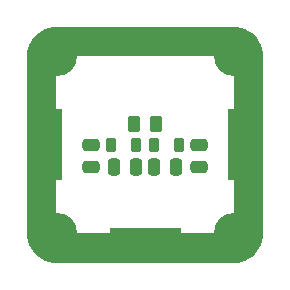
<source format=gbr>
%TF.GenerationSoftware,KiCad,Pcbnew,7.0.5+dfsg-2*%
%TF.CreationDate,2023-08-19T10:49:16+02:00*%
%TF.ProjectId,023-lumped-wilkinson-splitter,3032332d-6c75-46d7-9065-642d77696c6b,1*%
%TF.SameCoordinates,Original*%
%TF.FileFunction,Soldermask,Top*%
%TF.FilePolarity,Negative*%
%FSLAX46Y46*%
G04 Gerber Fmt 4.6, Leading zero omitted, Abs format (unit mm)*
G04 Created by KiCad (PCBNEW 7.0.5+dfsg-2) date 2023-08-19 10:49:16*
%MOMM*%
%LPD*%
G01*
G04 APERTURE LIST*
G04 Aperture macros list*
%AMRoundRect*
0 Rectangle with rounded corners*
0 $1 Rounding radius*
0 $2 $3 $4 $5 $6 $7 $8 $9 X,Y pos of 4 corners*
0 Add a 4 corners polygon primitive as box body*
4,1,4,$2,$3,$4,$5,$6,$7,$8,$9,$2,$3,0*
0 Add four circle primitives for the rounded corners*
1,1,$1+$1,$2,$3*
1,1,$1+$1,$4,$5*
1,1,$1+$1,$6,$7*
1,1,$1+$1,$8,$9*
0 Add four rect primitives between the rounded corners*
20,1,$1+$1,$2,$3,$4,$5,0*
20,1,$1+$1,$4,$5,$6,$7,0*
20,1,$1+$1,$6,$7,$8,$9,0*
20,1,$1+$1,$8,$9,$2,$3,0*%
G04 Aperture macros list end*
%ADD10RoundRect,0.218750X-0.218750X-0.381250X0.218750X-0.381250X0.218750X0.381250X-0.218750X0.381250X0*%
%ADD11RoundRect,0.250000X-0.262500X-0.450000X0.262500X-0.450000X0.262500X0.450000X-0.262500X0.450000X0*%
%ADD12RoundRect,0.250000X0.475000X-0.250000X0.475000X0.250000X-0.475000X0.250000X-0.475000X-0.250000X0*%
%ADD13RoundRect,0.250000X-0.475000X0.250000X-0.475000X-0.250000X0.475000X-0.250000X0.475000X0.250000X0*%
%ADD14C,3.400000*%
%ADD15RoundRect,0.218750X0.218750X0.381250X-0.218750X0.381250X-0.218750X-0.381250X0.218750X-0.381250X0*%
%ADD16RoundRect,0.250000X0.250000X0.475000X-0.250000X0.475000X-0.250000X-0.475000X0.250000X-0.475000X0*%
%ADD17RoundRect,0.250000X-0.250000X-0.475000X0.250000X-0.475000X0.250000X0.475000X-0.250000X0.475000X0*%
G04 APERTURE END LIST*
%TO.C,J2*%
G36*
X150500000Y-87500000D02*
G01*
X144500000Y-87500000D01*
X144500000Y-84500000D01*
X150500000Y-84500000D01*
X150500000Y-87500000D01*
G37*
%TO.C,J3*%
G36*
X157500000Y-80500000D02*
G01*
X154500000Y-80500000D01*
X154500000Y-74500000D01*
X157500000Y-74500000D01*
X157500000Y-80500000D01*
G37*
%TO.C,J1*%
G36*
X140500000Y-80500000D02*
G01*
X137500000Y-80500000D01*
X137500000Y-74500000D01*
X140500000Y-74500000D01*
X140500000Y-80500000D01*
G37*
%TD*%
D10*
%TO.C,L4*%
X148237500Y-77500000D03*
X150362500Y-77500000D03*
%TD*%
D11*
%TO.C,R1*%
X146587500Y-75700000D03*
X148412500Y-75700000D03*
%TD*%
D12*
%TO.C,C3*%
X142900000Y-79400000D03*
X142900000Y-77500000D03*
%TD*%
D13*
%TO.C,C2*%
X152100000Y-77500000D03*
X152100000Y-79400000D03*
%TD*%
D14*
%TO.C,H3*%
X140000000Y-70000000D03*
%TD*%
D15*
%TO.C,L3*%
X146762500Y-77500000D03*
X144637500Y-77500000D03*
%TD*%
D16*
%TO.C,C4*%
X144850000Y-79400000D03*
X146750000Y-79400000D03*
%TD*%
D14*
%TO.C,H1*%
X155000000Y-85000000D03*
%TD*%
D17*
%TO.C,C1*%
X148250000Y-79400000D03*
X150150000Y-79400000D03*
%TD*%
D14*
%TO.C,H2*%
X155000000Y-70000000D03*
%TD*%
%TO.C,H4*%
X140000000Y-85000000D03*
%TD*%
G36*
X155002061Y-67500135D02*
G01*
X155322189Y-67521117D01*
X155330368Y-67522193D01*
X155642996Y-67584379D01*
X155650964Y-67586514D01*
X155952793Y-67688971D01*
X155960415Y-67692128D01*
X156246292Y-67833106D01*
X156253436Y-67837231D01*
X156518464Y-68014318D01*
X156525008Y-68019339D01*
X156764659Y-68229507D01*
X156770492Y-68235340D01*
X156980660Y-68474991D01*
X156985681Y-68481535D01*
X157162768Y-68746563D01*
X157166893Y-68753707D01*
X157307871Y-69039584D01*
X157311028Y-69047206D01*
X157413485Y-69349035D01*
X157415620Y-69357003D01*
X157477806Y-69669631D01*
X157478882Y-69677810D01*
X157499865Y-69997938D01*
X157500000Y-70002059D01*
X157500000Y-84997940D01*
X157499865Y-85002061D01*
X157478882Y-85322189D01*
X157477806Y-85330368D01*
X157415620Y-85642996D01*
X157413485Y-85650964D01*
X157311028Y-85952793D01*
X157307871Y-85960415D01*
X157166893Y-86246292D01*
X157162768Y-86253436D01*
X156985681Y-86518464D01*
X156980660Y-86525008D01*
X156770492Y-86764659D01*
X156764659Y-86770492D01*
X156525008Y-86980660D01*
X156518464Y-86985681D01*
X156253436Y-87162768D01*
X156246292Y-87166893D01*
X155960415Y-87307871D01*
X155952793Y-87311028D01*
X155650964Y-87413485D01*
X155642996Y-87415620D01*
X155330368Y-87477806D01*
X155322189Y-87478882D01*
X155002061Y-87499865D01*
X154997940Y-87500000D01*
X154860281Y-87500000D01*
X154792160Y-87479998D01*
X154745667Y-87426342D01*
X154734281Y-87374000D01*
X154734281Y-85126000D01*
X154754283Y-85057879D01*
X154807939Y-85011386D01*
X154860281Y-85000000D01*
X154988281Y-85000000D01*
X154988281Y-70000000D01*
X154860281Y-70000000D01*
X154792160Y-69979998D01*
X154745667Y-69926342D01*
X154734281Y-69874000D01*
X154734281Y-67626000D01*
X154754283Y-67557879D01*
X154807939Y-67511386D01*
X154860281Y-67500000D01*
X154997940Y-67500000D01*
X155002061Y-67500135D01*
G37*
G36*
X139931165Y-84766002D02*
G01*
X139977658Y-84819658D01*
X139989044Y-84872000D01*
X139989044Y-85000000D01*
X154988281Y-85000000D01*
X154988281Y-84872000D01*
X155008283Y-84803879D01*
X155061939Y-84757386D01*
X155114281Y-84746000D01*
X157374000Y-84746000D01*
X157442121Y-84766002D01*
X157488614Y-84819658D01*
X157500000Y-84872000D01*
X157500000Y-84997940D01*
X157499865Y-85002061D01*
X157478882Y-85322189D01*
X157477806Y-85330368D01*
X157415620Y-85642996D01*
X157413485Y-85650964D01*
X157311028Y-85952793D01*
X157307871Y-85960415D01*
X157166893Y-86246292D01*
X157162768Y-86253436D01*
X156985681Y-86518464D01*
X156980660Y-86525008D01*
X156770492Y-86764659D01*
X156764659Y-86770492D01*
X156525008Y-86980660D01*
X156518464Y-86985681D01*
X156253436Y-87162768D01*
X156246292Y-87166893D01*
X155960415Y-87307871D01*
X155952793Y-87311028D01*
X155650964Y-87413485D01*
X155642996Y-87415620D01*
X155330368Y-87477806D01*
X155322189Y-87478882D01*
X155002061Y-87499865D01*
X154997940Y-87500000D01*
X140002060Y-87500000D01*
X139997939Y-87499865D01*
X139677810Y-87478882D01*
X139669631Y-87477806D01*
X139357003Y-87415620D01*
X139349035Y-87413485D01*
X139047206Y-87311028D01*
X139039584Y-87307871D01*
X138753707Y-87166893D01*
X138746563Y-87162768D01*
X138481535Y-86985681D01*
X138474991Y-86980660D01*
X138235340Y-86770492D01*
X138229507Y-86764659D01*
X138019339Y-86525008D01*
X138014318Y-86518464D01*
X137837231Y-86253436D01*
X137833106Y-86246292D01*
X137692128Y-85960415D01*
X137688971Y-85952793D01*
X137586514Y-85650964D01*
X137584379Y-85642996D01*
X137522193Y-85330368D01*
X137521117Y-85322189D01*
X137500135Y-85002061D01*
X137500000Y-84997940D01*
X137500000Y-84872000D01*
X137520002Y-84803879D01*
X137573658Y-84757386D01*
X137626000Y-84746000D01*
X139863044Y-84746000D01*
X139931165Y-84766002D01*
G37*
G36*
X140185165Y-67520002D02*
G01*
X140231658Y-67573658D01*
X140243044Y-67626000D01*
X140243044Y-69874000D01*
X140223042Y-69942121D01*
X140169386Y-69988614D01*
X140117044Y-70000000D01*
X139989044Y-70000000D01*
X139989044Y-85000000D01*
X140117044Y-85000000D01*
X140185165Y-85020002D01*
X140231658Y-85073658D01*
X140243044Y-85126000D01*
X140243044Y-87374000D01*
X140223042Y-87442121D01*
X140169386Y-87488614D01*
X140117044Y-87500000D01*
X140002060Y-87500000D01*
X139997939Y-87499865D01*
X139677810Y-87478882D01*
X139669631Y-87477806D01*
X139357003Y-87415620D01*
X139349035Y-87413485D01*
X139047206Y-87311028D01*
X139039584Y-87307871D01*
X138753707Y-87166893D01*
X138746563Y-87162768D01*
X138481535Y-86985681D01*
X138474991Y-86980660D01*
X138235340Y-86770492D01*
X138229507Y-86764659D01*
X138019339Y-86525008D01*
X138014318Y-86518464D01*
X137837231Y-86253436D01*
X137833106Y-86246292D01*
X137692128Y-85960415D01*
X137688971Y-85952793D01*
X137586514Y-85650964D01*
X137584379Y-85642996D01*
X137522193Y-85330368D01*
X137521117Y-85322189D01*
X137500135Y-85002061D01*
X137500000Y-84997940D01*
X137500000Y-70002059D01*
X137500135Y-69997938D01*
X137521117Y-69677810D01*
X137522193Y-69669631D01*
X137584379Y-69357003D01*
X137586514Y-69349035D01*
X137688971Y-69047206D01*
X137692128Y-69039584D01*
X137833106Y-68753707D01*
X137837231Y-68746563D01*
X138014318Y-68481535D01*
X138019339Y-68474991D01*
X138229507Y-68235340D01*
X138235340Y-68229507D01*
X138474991Y-68019339D01*
X138481535Y-68014318D01*
X138746563Y-67837231D01*
X138753707Y-67833106D01*
X139039584Y-67692128D01*
X139047206Y-67688971D01*
X139349035Y-67586514D01*
X139357003Y-67584379D01*
X139669631Y-67522193D01*
X139677810Y-67521117D01*
X139997939Y-67500135D01*
X140002060Y-67500000D01*
X140117044Y-67500000D01*
X140185165Y-67520002D01*
G37*
G36*
X155002061Y-67500135D02*
G01*
X155322189Y-67521117D01*
X155330368Y-67522193D01*
X155642996Y-67584379D01*
X155650964Y-67586514D01*
X155952793Y-67688971D01*
X155960415Y-67692128D01*
X156246292Y-67833106D01*
X156253436Y-67837231D01*
X156518464Y-68014318D01*
X156525008Y-68019339D01*
X156764659Y-68229507D01*
X156770492Y-68235340D01*
X156980660Y-68474991D01*
X156985681Y-68481535D01*
X157162768Y-68746563D01*
X157166893Y-68753707D01*
X157307871Y-69039584D01*
X157311028Y-69047206D01*
X157413485Y-69349035D01*
X157415620Y-69357003D01*
X157477806Y-69669631D01*
X157478882Y-69677810D01*
X157499865Y-69997938D01*
X157500000Y-70002059D01*
X157500000Y-70128000D01*
X157479998Y-70196121D01*
X157426342Y-70242614D01*
X157374000Y-70254000D01*
X155114281Y-70254000D01*
X155046160Y-70233998D01*
X154999667Y-70180342D01*
X154988281Y-70128000D01*
X154988281Y-70000000D01*
X139989044Y-70000000D01*
X139989044Y-70128000D01*
X139969042Y-70196121D01*
X139915386Y-70242614D01*
X139863044Y-70254000D01*
X137626000Y-70254000D01*
X137557879Y-70233998D01*
X137511386Y-70180342D01*
X137500000Y-70128000D01*
X137500000Y-70002059D01*
X137500135Y-69997938D01*
X137521117Y-69677810D01*
X137522193Y-69669631D01*
X137584379Y-69357003D01*
X137586514Y-69349035D01*
X137688971Y-69047206D01*
X137692128Y-69039584D01*
X137833106Y-68753707D01*
X137837231Y-68746563D01*
X138014318Y-68481535D01*
X138019339Y-68474991D01*
X138229507Y-68235340D01*
X138235340Y-68229507D01*
X138474991Y-68019339D01*
X138481535Y-68014318D01*
X138746563Y-67837231D01*
X138753707Y-67833106D01*
X139039584Y-67692128D01*
X139047206Y-67688971D01*
X139349035Y-67586514D01*
X139357003Y-67584379D01*
X139669631Y-67522193D01*
X139677810Y-67521117D01*
X139997939Y-67500135D01*
X140002060Y-67500000D01*
X154997940Y-67500000D01*
X155002061Y-67500135D01*
G37*
M02*

</source>
